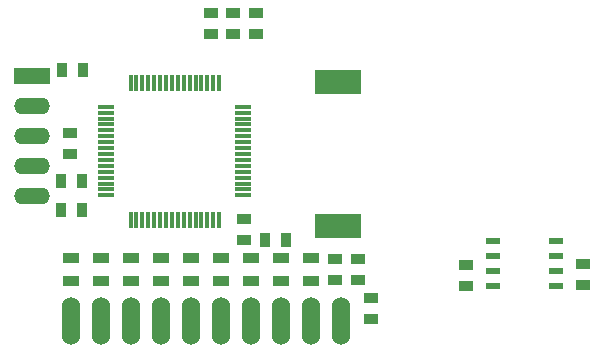
<source format=gbp>
G04 (created by PCBNEW-RS274X (2011-12-28 BZR 3254)-stable) date 17/03/2012 11:59:27*
G01*
G70*
G90*
%MOIN*%
G04 Gerber Fmt 3.4, Leading zero omitted, Abs format*
%FSLAX34Y34*%
G04 APERTURE LIST*
%ADD10C,0.006000*%
%ADD11R,0.035000X0.045000*%
%ADD12R,0.045000X0.035000*%
%ADD13R,0.120000X0.055000*%
%ADD14O,0.120000X0.055000*%
%ADD15O,0.060000X0.160000*%
%ADD16R,0.057200X0.011800*%
%ADD17R,0.011800X0.057200*%
%ADD18R,0.055000X0.035000*%
%ADD19R,0.045000X0.020000*%
%ADD20R,0.157500X0.078700*%
G04 APERTURE END LIST*
G54D10*
G54D11*
X89100Y-66500D03*
X88400Y-66500D03*
G54D12*
X91500Y-67850D03*
X91500Y-67150D03*
X86600Y-59650D03*
X86600Y-58950D03*
X87350Y-59650D03*
X87350Y-58950D03*
X88100Y-59650D03*
X88100Y-58950D03*
X90750Y-67850D03*
X90750Y-67150D03*
G54D11*
X82300Y-65500D03*
X81600Y-65500D03*
G54D12*
X87700Y-66500D03*
X87700Y-65800D03*
G54D11*
X81650Y-60850D03*
X82350Y-60850D03*
G54D13*
X80650Y-61050D03*
G54D14*
X80650Y-62050D03*
X80650Y-63050D03*
X80650Y-64050D03*
X80650Y-65050D03*
G54D15*
X90950Y-69200D03*
X89950Y-69200D03*
X88950Y-69200D03*
X87950Y-69200D03*
X86950Y-69200D03*
X85950Y-69200D03*
X84950Y-69200D03*
X83950Y-69200D03*
X82950Y-69200D03*
X81950Y-69200D03*
G54D16*
X83117Y-64633D03*
X83117Y-64436D03*
X83117Y-64239D03*
X83117Y-64042D03*
X83117Y-63845D03*
X83117Y-63648D03*
X83117Y-64830D03*
X83117Y-65026D03*
G54D17*
X84711Y-65833D03*
X84908Y-65833D03*
X85105Y-65833D03*
G54D16*
X87683Y-62861D03*
X87683Y-62664D03*
X87683Y-62467D03*
X87683Y-62270D03*
X87683Y-62074D03*
G54D17*
X86089Y-61267D03*
G54D16*
X87683Y-63058D03*
X87683Y-63255D03*
X87683Y-63452D03*
X87683Y-63648D03*
X87683Y-63845D03*
G54D17*
X84908Y-61267D03*
X86286Y-65833D03*
X85105Y-61267D03*
X86483Y-65833D03*
X86680Y-65833D03*
X85302Y-61267D03*
X85498Y-61267D03*
X86876Y-65833D03*
G54D16*
X87683Y-64239D03*
G54D17*
X85695Y-61267D03*
X85892Y-61267D03*
G54D16*
X87683Y-64042D03*
G54D17*
X86089Y-65833D03*
X84711Y-61267D03*
X84514Y-61267D03*
X85892Y-65833D03*
X85695Y-65833D03*
X84317Y-61267D03*
X84120Y-61267D03*
X85498Y-65833D03*
X85302Y-65833D03*
X83924Y-61267D03*
G54D16*
X83117Y-63452D03*
X83117Y-63255D03*
X83117Y-63058D03*
X83117Y-62861D03*
G54D17*
X86286Y-61267D03*
X86483Y-61267D03*
X86680Y-61267D03*
X86876Y-61267D03*
G54D16*
X87683Y-64436D03*
X87683Y-64633D03*
X87683Y-64830D03*
X87683Y-65026D03*
X83117Y-62664D03*
X83117Y-62467D03*
X83117Y-62270D03*
X83117Y-62074D03*
G54D17*
X84514Y-65833D03*
X84317Y-65833D03*
X84120Y-65833D03*
X83924Y-65833D03*
G54D18*
X85950Y-67125D03*
X85950Y-67875D03*
X83950Y-67125D03*
X83950Y-67875D03*
X84950Y-67125D03*
X84950Y-67875D03*
X86950Y-67125D03*
X86950Y-67875D03*
X87950Y-67125D03*
X87950Y-67875D03*
X81950Y-67125D03*
X81950Y-67875D03*
X82950Y-67125D03*
X82950Y-67875D03*
X89950Y-67125D03*
X89950Y-67875D03*
X88950Y-67125D03*
X88950Y-67875D03*
G54D11*
X81600Y-64550D03*
X82300Y-64550D03*
G54D12*
X81900Y-63650D03*
X81900Y-62950D03*
G54D19*
X98100Y-68050D03*
X96000Y-68050D03*
X98100Y-67550D03*
X98100Y-67050D03*
X98100Y-66550D03*
X96000Y-67550D03*
X96000Y-67050D03*
X96000Y-66550D03*
G54D12*
X95100Y-68050D03*
X95100Y-67350D03*
X99000Y-68000D03*
X99000Y-67300D03*
X91950Y-69150D03*
X91950Y-68450D03*
G54D20*
X90850Y-61250D03*
X90850Y-66050D03*
M02*

</source>
